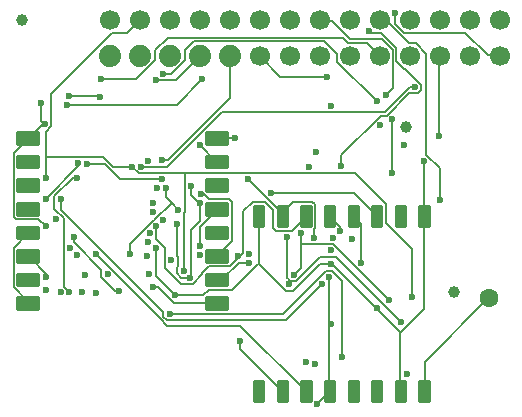
<source format=gbl>
G04 EAGLE Gerber RS-274X export*
G75*
%MOMM*%
%FSLAX34Y34*%
%LPD*%
%INBottom Copper*%
%IPPOS*%
%AMOC8*
5,1,8,0,0,1.08239X$1,22.5*%
G01*
%ADD10C,0.300000*%
%ADD11C,1.600000*%
%ADD12C,1.000000*%
%ADD13C,1.879600*%
%ADD14C,1.700000*%
%ADD15C,0.262500*%
%ADD16C,0.200000*%
%ADD17C,0.600000*%
%ADD18C,0.150000*%


D10*
X28500Y230500D02*
X11500Y230500D01*
X11500Y239500D01*
X28500Y239500D01*
X28500Y230500D01*
X28500Y233350D02*
X11500Y233350D01*
X11500Y236200D02*
X28500Y236200D01*
X28500Y239050D02*
X11500Y239050D01*
X11500Y210500D02*
X28500Y210500D01*
X11500Y210500D02*
X11500Y219500D01*
X28500Y219500D01*
X28500Y210500D01*
X28500Y213350D02*
X11500Y213350D01*
X11500Y216200D02*
X28500Y216200D01*
X28500Y219050D02*
X11500Y219050D01*
X11500Y190500D02*
X28500Y190500D01*
X11500Y190500D02*
X11500Y199500D01*
X28500Y199500D01*
X28500Y190500D01*
X28500Y193350D02*
X11500Y193350D01*
X11500Y196200D02*
X28500Y196200D01*
X28500Y199050D02*
X11500Y199050D01*
X11500Y170500D02*
X28500Y170500D01*
X11500Y170500D02*
X11500Y179500D01*
X28500Y179500D01*
X28500Y170500D01*
X28500Y173350D02*
X11500Y173350D01*
X11500Y176200D02*
X28500Y176200D01*
X28500Y179050D02*
X11500Y179050D01*
X11500Y150500D02*
X28500Y150500D01*
X11500Y150500D02*
X11500Y159500D01*
X28500Y159500D01*
X28500Y150500D01*
X28500Y153350D02*
X11500Y153350D01*
X11500Y156200D02*
X28500Y156200D01*
X28500Y159050D02*
X11500Y159050D01*
X11500Y130500D02*
X28500Y130500D01*
X11500Y130500D02*
X11500Y139500D01*
X28500Y139500D01*
X28500Y130500D01*
X28500Y133350D02*
X11500Y133350D01*
X11500Y136200D02*
X28500Y136200D01*
X28500Y139050D02*
X11500Y139050D01*
X11500Y110500D02*
X28500Y110500D01*
X11500Y110500D02*
X11500Y119500D01*
X28500Y119500D01*
X28500Y110500D01*
X28500Y113350D02*
X11500Y113350D01*
X11500Y116200D02*
X28500Y116200D01*
X28500Y119050D02*
X11500Y119050D01*
X11500Y90500D02*
X28500Y90500D01*
X11500Y90500D02*
X11500Y99500D01*
X28500Y99500D01*
X28500Y90500D01*
X28500Y93350D02*
X11500Y93350D01*
X11500Y96200D02*
X28500Y96200D01*
X28500Y99050D02*
X11500Y99050D01*
X171500Y230500D02*
X188500Y230500D01*
X171500Y230500D02*
X171500Y239500D01*
X188500Y239500D01*
X188500Y230500D01*
X188500Y233350D02*
X171500Y233350D01*
X171500Y236200D02*
X188500Y236200D01*
X188500Y239050D02*
X171500Y239050D01*
X171500Y210500D02*
X188500Y210500D01*
X171500Y210500D02*
X171500Y219500D01*
X188500Y219500D01*
X188500Y210500D01*
X188500Y213350D02*
X171500Y213350D01*
X171500Y216200D02*
X188500Y216200D01*
X188500Y219050D02*
X171500Y219050D01*
X171500Y190500D02*
X188500Y190500D01*
X171500Y190500D02*
X171500Y199500D01*
X188500Y199500D01*
X188500Y190500D01*
X188500Y193350D02*
X171500Y193350D01*
X171500Y196200D02*
X188500Y196200D01*
X188500Y199050D02*
X171500Y199050D01*
X171500Y170500D02*
X188500Y170500D01*
X171500Y170500D02*
X171500Y179500D01*
X188500Y179500D01*
X188500Y170500D01*
X188500Y173350D02*
X171500Y173350D01*
X171500Y176200D02*
X188500Y176200D01*
X188500Y179050D02*
X171500Y179050D01*
X171500Y150500D02*
X188500Y150500D01*
X171500Y150500D02*
X171500Y159500D01*
X188500Y159500D01*
X188500Y150500D01*
X188500Y153350D02*
X171500Y153350D01*
X171500Y156200D02*
X188500Y156200D01*
X188500Y159050D02*
X171500Y159050D01*
X171500Y130500D02*
X188500Y130500D01*
X171500Y130500D02*
X171500Y139500D01*
X188500Y139500D01*
X188500Y130500D01*
X188500Y133350D02*
X171500Y133350D01*
X171500Y136200D02*
X188500Y136200D01*
X188500Y139050D02*
X171500Y139050D01*
X171500Y110500D02*
X188500Y110500D01*
X171500Y110500D02*
X171500Y119500D01*
X188500Y119500D01*
X188500Y110500D01*
X188500Y113350D02*
X171500Y113350D01*
X171500Y116200D02*
X188500Y116200D01*
X188500Y119050D02*
X171500Y119050D01*
X171500Y90500D02*
X188500Y90500D01*
X171500Y90500D02*
X171500Y99500D01*
X188500Y99500D01*
X188500Y90500D01*
X188500Y93350D02*
X171500Y93350D01*
X171500Y96200D02*
X188500Y96200D01*
X188500Y99050D02*
X171500Y99050D01*
D11*
X410000Y100000D03*
D12*
X380000Y105000D03*
X340000Y245000D03*
X15000Y335000D03*
D13*
X139700Y305000D03*
X165100Y305000D03*
X190500Y305000D03*
X88900Y305000D03*
X114300Y305000D03*
D14*
X342900Y305000D03*
X368300Y305000D03*
X393700Y305000D03*
X419100Y305000D03*
D15*
X211062Y177438D02*
X211062Y160562D01*
X211062Y177438D02*
X218938Y177438D01*
X218938Y160562D01*
X211062Y160562D01*
X211062Y163056D02*
X218938Y163056D01*
X218938Y165550D02*
X211062Y165550D01*
X211062Y168044D02*
X218938Y168044D01*
X218938Y170538D02*
X211062Y170538D01*
X211062Y173032D02*
X218938Y173032D01*
X218938Y175526D02*
X211062Y175526D01*
X231062Y177438D02*
X231062Y160562D01*
X231062Y177438D02*
X238938Y177438D01*
X238938Y160562D01*
X231062Y160562D01*
X231062Y163056D02*
X238938Y163056D01*
X238938Y165550D02*
X231062Y165550D01*
X231062Y168044D02*
X238938Y168044D01*
X238938Y170538D02*
X231062Y170538D01*
X231062Y173032D02*
X238938Y173032D01*
X238938Y175526D02*
X231062Y175526D01*
X251062Y177438D02*
X251062Y160562D01*
X251062Y177438D02*
X258938Y177438D01*
X258938Y160562D01*
X251062Y160562D01*
X251062Y163056D02*
X258938Y163056D01*
X258938Y165550D02*
X251062Y165550D01*
X251062Y168044D02*
X258938Y168044D01*
X258938Y170538D02*
X251062Y170538D01*
X251062Y173032D02*
X258938Y173032D01*
X258938Y175526D02*
X251062Y175526D01*
X271062Y177438D02*
X271062Y160562D01*
X271062Y177438D02*
X278938Y177438D01*
X278938Y160562D01*
X271062Y160562D01*
X271062Y163056D02*
X278938Y163056D01*
X278938Y165550D02*
X271062Y165550D01*
X271062Y168044D02*
X278938Y168044D01*
X278938Y170538D02*
X271062Y170538D01*
X271062Y173032D02*
X278938Y173032D01*
X278938Y175526D02*
X271062Y175526D01*
X291062Y177438D02*
X291062Y160562D01*
X291062Y177438D02*
X298938Y177438D01*
X298938Y160562D01*
X291062Y160562D01*
X291062Y163056D02*
X298938Y163056D01*
X298938Y165550D02*
X291062Y165550D01*
X291062Y168044D02*
X298938Y168044D01*
X298938Y170538D02*
X291062Y170538D01*
X291062Y173032D02*
X298938Y173032D01*
X298938Y175526D02*
X291062Y175526D01*
X311062Y177438D02*
X311062Y160562D01*
X311062Y177438D02*
X318938Y177438D01*
X318938Y160562D01*
X311062Y160562D01*
X311062Y163056D02*
X318938Y163056D01*
X318938Y165550D02*
X311062Y165550D01*
X311062Y168044D02*
X318938Y168044D01*
X318938Y170538D02*
X311062Y170538D01*
X311062Y173032D02*
X318938Y173032D01*
X318938Y175526D02*
X311062Y175526D01*
X331062Y177438D02*
X331062Y160562D01*
X331062Y177438D02*
X338938Y177438D01*
X338938Y160562D01*
X331062Y160562D01*
X331062Y163056D02*
X338938Y163056D01*
X338938Y165550D02*
X331062Y165550D01*
X331062Y168044D02*
X338938Y168044D01*
X338938Y170538D02*
X331062Y170538D01*
X331062Y173032D02*
X338938Y173032D01*
X338938Y175526D02*
X331062Y175526D01*
X351062Y177438D02*
X351062Y160562D01*
X351062Y177438D02*
X358938Y177438D01*
X358938Y160562D01*
X351062Y160562D01*
X351062Y163056D02*
X358938Y163056D01*
X358938Y165550D02*
X351062Y165550D01*
X351062Y168044D02*
X358938Y168044D01*
X358938Y170538D02*
X351062Y170538D01*
X351062Y173032D02*
X358938Y173032D01*
X358938Y175526D02*
X351062Y175526D01*
X358938Y29438D02*
X358938Y12562D01*
X351062Y12562D01*
X351062Y29438D01*
X358938Y29438D01*
X358938Y15056D02*
X351062Y15056D01*
X351062Y17550D02*
X358938Y17550D01*
X358938Y20044D02*
X351062Y20044D01*
X351062Y22538D02*
X358938Y22538D01*
X358938Y25032D02*
X351062Y25032D01*
X351062Y27526D02*
X358938Y27526D01*
X338938Y29438D02*
X338938Y12562D01*
X331062Y12562D01*
X331062Y29438D01*
X338938Y29438D01*
X338938Y15056D02*
X331062Y15056D01*
X331062Y17550D02*
X338938Y17550D01*
X338938Y20044D02*
X331062Y20044D01*
X331062Y22538D02*
X338938Y22538D01*
X338938Y25032D02*
X331062Y25032D01*
X331062Y27526D02*
X338938Y27526D01*
X318938Y29438D02*
X318938Y12562D01*
X311062Y12562D01*
X311062Y29438D01*
X318938Y29438D01*
X318938Y15056D02*
X311062Y15056D01*
X311062Y17550D02*
X318938Y17550D01*
X318938Y20044D02*
X311062Y20044D01*
X311062Y22538D02*
X318938Y22538D01*
X318938Y25032D02*
X311062Y25032D01*
X311062Y27526D02*
X318938Y27526D01*
X298938Y29438D02*
X298938Y12562D01*
X291062Y12562D01*
X291062Y29438D01*
X298938Y29438D01*
X298938Y15056D02*
X291062Y15056D01*
X291062Y17550D02*
X298938Y17550D01*
X298938Y20044D02*
X291062Y20044D01*
X291062Y22538D02*
X298938Y22538D01*
X298938Y25032D02*
X291062Y25032D01*
X291062Y27526D02*
X298938Y27526D01*
X278938Y29438D02*
X278938Y12562D01*
X271062Y12562D01*
X271062Y29438D01*
X278938Y29438D01*
X278938Y15056D02*
X271062Y15056D01*
X271062Y17550D02*
X278938Y17550D01*
X278938Y20044D02*
X271062Y20044D01*
X271062Y22538D02*
X278938Y22538D01*
X278938Y25032D02*
X271062Y25032D01*
X271062Y27526D02*
X278938Y27526D01*
X258938Y29438D02*
X258938Y12562D01*
X251062Y12562D01*
X251062Y29438D01*
X258938Y29438D01*
X258938Y15056D02*
X251062Y15056D01*
X251062Y17550D02*
X258938Y17550D01*
X258938Y20044D02*
X251062Y20044D01*
X251062Y22538D02*
X258938Y22538D01*
X258938Y25032D02*
X251062Y25032D01*
X251062Y27526D02*
X258938Y27526D01*
X238938Y29438D02*
X238938Y12562D01*
X231062Y12562D01*
X231062Y29438D01*
X238938Y29438D01*
X238938Y15056D02*
X231062Y15056D01*
X231062Y17550D02*
X238938Y17550D01*
X238938Y20044D02*
X231062Y20044D01*
X231062Y22538D02*
X238938Y22538D01*
X238938Y25032D02*
X231062Y25032D01*
X231062Y27526D02*
X238938Y27526D01*
X218938Y29438D02*
X218938Y12562D01*
X211062Y12562D01*
X211062Y29438D01*
X218938Y29438D01*
X218938Y15056D02*
X211062Y15056D01*
X211062Y17550D02*
X218938Y17550D01*
X218938Y20044D02*
X211062Y20044D01*
X211062Y22538D02*
X218938Y22538D01*
X218938Y25032D02*
X211062Y25032D01*
X211062Y27526D02*
X218938Y27526D01*
D14*
X215900Y305000D03*
X241300Y305000D03*
X266700Y305000D03*
X292100Y305000D03*
X317500Y305000D03*
X88900Y335000D03*
X114300Y335000D03*
X139700Y335000D03*
X165100Y335000D03*
X190500Y335000D03*
X215900Y335000D03*
X241300Y335000D03*
X266700Y335000D03*
X292100Y335000D03*
X317500Y335000D03*
X342900Y335000D03*
X368300Y335000D03*
X393700Y335000D03*
X419100Y335000D03*
D16*
X354750Y216000D02*
X354750Y169500D01*
X355000Y169000D01*
X276000Y129000D02*
X267000Y129000D01*
X243750Y105750D01*
X238500Y105750D01*
X215250Y129000D01*
X215250Y168750D01*
X215000Y169000D01*
X168000Y102000D02*
X144000Y102000D01*
X168000Y102000D02*
X172500Y106500D01*
X192000Y106500D01*
X214500Y129000D01*
X215250Y129000D01*
X128250Y118500D02*
X128250Y142500D01*
X128250Y118500D02*
X144000Y102750D01*
X144000Y102000D01*
X334500Y71250D02*
X334500Y21000D01*
X314625Y91125D02*
X276750Y129000D01*
X314625Y91125D02*
X334500Y71250D01*
X334500Y21000D02*
X335000Y21000D01*
X276750Y129000D02*
X276000Y129000D01*
X354750Y90750D02*
X354750Y168750D01*
X354750Y90750D02*
X335250Y71250D01*
X354750Y168750D02*
X355000Y169000D01*
X335250Y71250D02*
X334500Y71250D01*
X273000Y287250D02*
X233250Y287250D01*
X216000Y304500D01*
X215900Y305000D01*
X195000Y235500D02*
X180000Y235500D01*
X180000Y235000D01*
X315000Y91500D02*
X314625Y91125D01*
D17*
X354750Y216000D03*
X276000Y129000D03*
X144000Y102000D03*
X128250Y142500D03*
X65250Y105000D03*
X273000Y287250D03*
X195000Y235500D03*
X315000Y91500D03*
D16*
X79500Y270750D02*
X54000Y270750D01*
X79500Y270750D02*
X80250Y270000D01*
D17*
X54000Y270750D03*
X80250Y270000D03*
D18*
X136500Y192750D02*
X136500Y185250D01*
X141375Y180375D02*
X147000Y174750D01*
X141375Y180375D02*
X136500Y185250D01*
X141375Y180375D02*
X126750Y165750D01*
X126000Y165750D01*
X105750Y145500D01*
X105750Y137250D01*
D17*
X136500Y192750D03*
X147000Y174750D03*
X105750Y137250D03*
X276000Y262500D03*
X120750Y135000D03*
D16*
X367500Y237000D02*
X367500Y303750D01*
X368250Y304500D01*
X368300Y305000D01*
X274500Y78000D02*
X274500Y21000D01*
X274500Y78000D02*
X274500Y117750D01*
X274500Y21000D02*
X275000Y21000D01*
X274500Y78000D02*
X276000Y78000D01*
X274500Y20250D02*
X264750Y10500D01*
X274500Y20250D02*
X275000Y21000D01*
X62250Y211500D02*
X62250Y213750D01*
X62250Y211500D02*
X34500Y183750D01*
X145500Y162750D02*
X145500Y135750D01*
X147000Y134250D01*
X147000Y126750D01*
X145500Y125250D01*
X145500Y120750D01*
X149250Y117000D01*
X156750Y117000D01*
X165000Y165000D02*
X165000Y180000D01*
X165000Y165000D02*
X157500Y157500D01*
X157500Y117000D01*
X156750Y117000D01*
X157500Y186750D02*
X157500Y194250D01*
X157500Y186750D02*
X164250Y180000D01*
X165000Y180000D01*
D17*
X367500Y237000D03*
X274500Y117750D03*
X276000Y78000D03*
X264750Y10500D03*
X62250Y213750D03*
X34500Y183750D03*
X145500Y162750D03*
X156750Y117000D03*
X165000Y180000D03*
X157500Y194250D03*
X276000Y140250D03*
D18*
X250500Y145500D02*
X250500Y125250D01*
X250500Y145500D02*
X250500Y154500D01*
X250500Y125250D02*
X244500Y119250D01*
X318000Y334500D02*
X323250Y334500D01*
X342000Y315750D01*
X348000Y315750D01*
X357000Y306750D01*
X357000Y221250D01*
X368250Y210000D01*
X368250Y183000D01*
X318000Y334500D02*
X317500Y335000D01*
X278250Y145500D02*
X250500Y145500D01*
X278250Y145500D02*
X325500Y98250D01*
D17*
X165000Y136500D03*
X121500Y147000D03*
X250500Y154500D03*
X244500Y119250D03*
X368250Y183000D03*
X325500Y98250D03*
D18*
X240750Y114000D02*
X240750Y115500D01*
X239250Y117000D01*
X239250Y151500D01*
X280500Y134250D02*
X335250Y79500D01*
X280500Y134250D02*
X267000Y134250D01*
X246750Y114000D01*
X240750Y114000D01*
X240750Y111750D01*
D17*
X318000Y246000D03*
X240750Y111750D03*
X239250Y151500D03*
X335250Y79500D03*
X123000Y154500D03*
D18*
X34500Y219000D02*
X34500Y240750D01*
X34500Y219000D02*
X34500Y201750D01*
X34500Y240750D02*
X39000Y245250D01*
X39000Y272250D01*
X90750Y324000D01*
X103500Y324000D01*
X114000Y334500D01*
X114300Y335000D01*
X108000Y210750D02*
X91500Y210750D01*
X83250Y219000D01*
X34500Y219000D01*
X345000Y141000D02*
X345000Y100500D01*
X345000Y141000D02*
X322500Y163500D01*
X322500Y179250D01*
X296250Y205500D01*
X152250Y205500D02*
X113250Y205500D01*
X152250Y205500D02*
X296250Y205500D01*
X113250Y205500D02*
X108000Y210750D01*
X151500Y171750D02*
X151500Y123000D01*
X151500Y171750D02*
X152250Y172500D01*
X152250Y205500D01*
D17*
X34500Y201750D03*
X108000Y210750D03*
X345000Y100500D03*
X151500Y123000D03*
X43500Y166500D03*
X121500Y216000D03*
D18*
X47250Y183750D02*
X47250Y174750D01*
X134250Y87750D01*
X134250Y84000D01*
X137250Y81000D01*
X237750Y81000D01*
X268500Y111750D01*
D17*
X47250Y183750D03*
X268500Y111750D03*
X294000Y150000D03*
D18*
X128250Y150000D02*
X128250Y160500D01*
X128250Y150000D02*
X135750Y142500D01*
X135750Y125250D01*
X149250Y111750D01*
X159000Y111750D01*
X167250Y120000D01*
X167250Y120750D01*
X173250Y126750D01*
X190500Y126750D01*
X198375Y134625D02*
X201750Y138000D01*
X198375Y134625D02*
X190500Y126750D01*
X201750Y138000D02*
X201750Y173250D01*
X210000Y181500D01*
X220500Y181500D01*
X227250Y174750D01*
X227250Y159000D01*
X229500Y156750D01*
X243000Y156750D01*
X255000Y168750D01*
X255000Y169000D01*
X198000Y135000D02*
X197250Y135000D01*
X198000Y135000D02*
X198375Y134625D01*
X267000Y334500D02*
X276750Y334500D01*
X292500Y318750D01*
X319500Y318750D01*
X328500Y309750D01*
X328500Y277500D01*
X322500Y271500D01*
X267000Y334500D02*
X266700Y335000D01*
D17*
X128250Y160500D03*
X197250Y135000D03*
X322500Y271500D03*
D18*
X284250Y159750D02*
X284250Y156750D01*
X284250Y159750D02*
X275000Y169000D01*
D17*
X255000Y45750D03*
X284250Y156750D03*
X125250Y172500D03*
D18*
X234750Y171750D02*
X234750Y169500D01*
X234750Y171750D02*
X206250Y200250D01*
X234750Y169500D02*
X235000Y169000D01*
X261750Y158250D02*
X261750Y150750D01*
X261750Y158250D02*
X262500Y159000D01*
X262500Y179250D01*
X260250Y181500D01*
X243750Y181500D01*
X234750Y172500D01*
X235000Y169000D01*
D17*
X125250Y180000D03*
X206250Y200250D03*
X262500Y44250D03*
X261750Y150750D03*
X129000Y192750D03*
X207000Y137250D03*
D18*
X129750Y108750D02*
X125250Y108750D01*
X129750Y108750D02*
X143250Y95250D01*
X180000Y95250D01*
X180000Y95000D01*
D17*
X125250Y108750D03*
X338250Y229500D03*
D18*
X207000Y129750D02*
X198000Y129750D01*
X183750Y115500D01*
X180000Y115500D01*
X180000Y115000D01*
D17*
X263250Y223500D03*
X207000Y129750D03*
X122250Y120000D03*
D18*
X180000Y214500D02*
X165000Y229500D01*
X180000Y215000D02*
X180000Y214500D01*
D17*
X165000Y229500D03*
D18*
X19500Y96750D02*
X19500Y95250D01*
X19500Y96750D02*
X7500Y108750D01*
X7500Y142500D01*
X20000Y155000D01*
X19500Y95250D02*
X20000Y95000D01*
X35250Y117750D02*
X35250Y120000D01*
X20250Y135000D01*
X20000Y135000D01*
X81750Y285000D02*
X111000Y285000D01*
X127500Y301500D01*
X127500Y309750D01*
X138000Y320250D01*
X286500Y320250D01*
X291000Y315750D01*
X306750Y315750D01*
X317500Y305000D01*
D17*
X35250Y117750D03*
X81750Y285000D03*
D18*
X165000Y159750D02*
X165000Y144000D01*
X165000Y159750D02*
X180000Y174750D01*
X180000Y175000D01*
D17*
X35250Y106500D03*
X165000Y144000D03*
D18*
X139500Y86250D02*
X235500Y86250D01*
X272250Y123000D01*
X276750Y123000D01*
X285750Y114000D01*
X285750Y50250D01*
D17*
X139500Y86250D03*
X285750Y50250D03*
X68250Y119250D03*
X47250Y105000D03*
X340500Y35250D03*
D16*
X33750Y247500D02*
X32250Y247500D01*
X20250Y235500D01*
X20000Y235000D01*
X28500Y166500D02*
X34500Y160500D01*
X28500Y166500D02*
X9750Y166500D01*
X7500Y168750D01*
X7500Y222750D01*
X19500Y234750D01*
X20000Y235000D01*
X30750Y249750D02*
X30750Y264750D01*
X30750Y249750D02*
X32250Y248250D01*
X33750Y247500D01*
D17*
X134250Y165750D03*
X33750Y247500D03*
X34500Y160500D03*
X30750Y264750D03*
D18*
X115500Y210750D02*
X137250Y210750D01*
X183750Y257250D01*
X321750Y257250D01*
X342750Y278250D01*
X347250Y278250D01*
D17*
X115500Y210750D03*
X347250Y278250D03*
D18*
X141000Y289500D02*
X134250Y289500D01*
X141000Y289500D02*
X153000Y301500D01*
X153000Y309750D01*
X160500Y317250D01*
X270000Y317250D01*
X281250Y306000D01*
X281250Y300000D01*
X315000Y266250D01*
X327750Y251250D02*
X327750Y205500D01*
D17*
X134250Y289500D03*
X315000Y266250D03*
X327750Y205500D03*
X327750Y251250D03*
X61500Y136500D03*
X278250Y150750D03*
X258000Y210750D03*
D18*
X138000Y216750D02*
X133500Y216750D01*
X138000Y216750D02*
X190500Y269250D01*
X190500Y305000D01*
D17*
X133500Y216750D03*
D18*
X128250Y284250D02*
X144750Y284250D01*
X165000Y304500D01*
X165100Y305000D01*
D17*
X128250Y284250D03*
D16*
X355500Y45750D02*
X355500Y21000D01*
X355500Y45750D02*
X409500Y99750D01*
X355500Y21000D02*
X355000Y21000D01*
X409500Y99750D02*
X410000Y100000D01*
D18*
X301500Y129750D02*
X301500Y162750D01*
X295500Y168750D01*
X295000Y169000D01*
D17*
X55500Y142500D03*
X301500Y129750D03*
D18*
X58500Y147000D02*
X58500Y151500D01*
X58500Y147000D02*
X81750Y123750D01*
X81750Y117750D01*
X93750Y105750D01*
X96750Y105750D01*
X225000Y189000D02*
X295500Y189000D01*
X315000Y169500D01*
X315000Y169000D01*
D17*
X58500Y151500D03*
X96750Y105750D03*
X141000Y132000D03*
X225000Y189000D03*
D18*
X131250Y83250D02*
X77250Y137250D01*
X131250Y83250D02*
X131250Y82500D01*
X137250Y76500D01*
X199500Y76500D01*
X255000Y21000D01*
D17*
X77250Y137250D03*
D18*
X198750Y63750D02*
X198750Y57000D01*
X234750Y21000D01*
X235000Y21000D01*
D17*
X87000Y120000D03*
X198750Y63750D03*
D18*
X145500Y263250D02*
X52500Y263250D01*
X145500Y263250D02*
X167250Y285000D01*
X285000Y220500D02*
X285000Y211500D01*
X285000Y220500D02*
X318750Y254250D01*
X323250Y254250D01*
X342000Y273000D01*
X349500Y273000D01*
X352500Y276000D01*
X352500Y280500D01*
X339000Y294000D01*
X338250Y294000D01*
X331500Y300750D01*
X331500Y311250D01*
X318750Y324000D01*
X309750Y324000D01*
X308250Y325500D01*
D17*
X52500Y263250D03*
X167250Y285000D03*
X285000Y211500D03*
X308250Y325500D03*
D18*
X84750Y213000D02*
X69750Y213000D01*
X84750Y213000D02*
X97500Y200250D01*
X133500Y200250D01*
X408750Y305250D02*
X418500Y305250D01*
X408750Y305250D02*
X390000Y324000D01*
X338250Y324000D01*
X330750Y331500D01*
X330750Y341250D01*
X418500Y305250D02*
X419100Y305000D01*
D17*
X77250Y104250D03*
X133500Y200250D03*
X69750Y213000D03*
X330750Y341250D03*
D18*
X61500Y201750D02*
X57750Y201750D01*
X42000Y186000D01*
X42000Y175500D01*
X50250Y167250D01*
X50250Y109500D01*
X54750Y105000D01*
D17*
X61500Y201750D03*
X54750Y105000D03*
D18*
X165750Y187500D02*
X168750Y187500D01*
X172500Y183750D01*
X189750Y183750D01*
X192750Y180750D01*
X192750Y147750D01*
X180000Y135000D01*
D17*
X165750Y187500D03*
M02*

</source>
